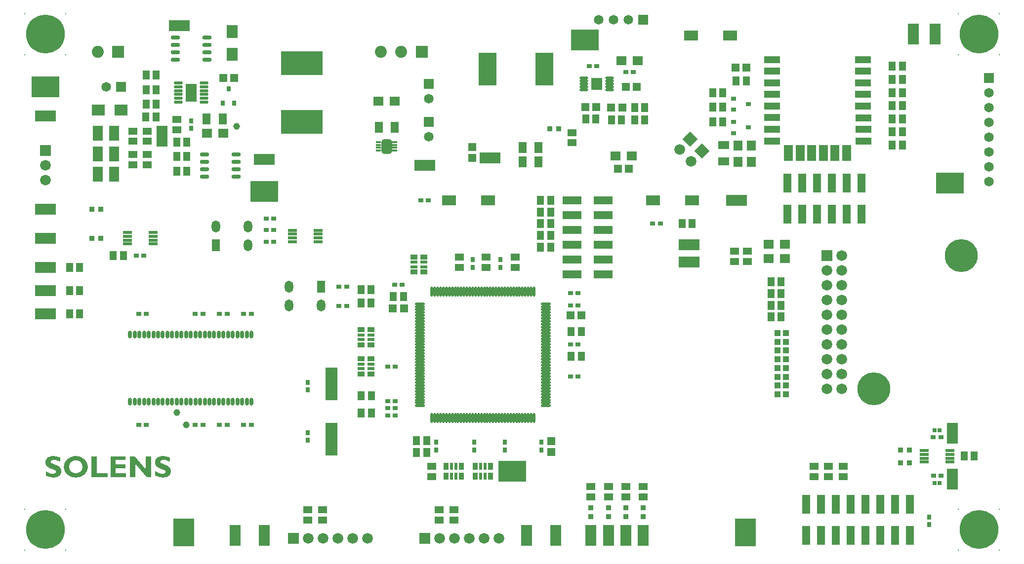
<source format=gts>
G04 Layer_Color=8388736*
%FSLAX25Y25*%
%MOIN*%
G70*
G01*
G75*
%ADD95R,0.06112X0.04931*%
%ADD96R,0.03750X0.03750*%
%ADD97O,0.02765X0.05324*%
%ADD98R,0.05718X0.08080*%
%ADD99O,0.05718X0.08080*%
%ADD100R,0.08474X0.22253*%
%ADD101R,0.07214X0.08002*%
%ADD102O,0.05915X0.01742*%
%ADD103R,0.06112X0.02293*%
%ADD104R,0.03356X0.01584*%
G04:AMPARAMS|DCode=105|XSize=99.7mil|YSize=70.96mil|CornerRadius=19.24mil|HoleSize=0mil|Usage=FLASHONLY|Rotation=270.000|XOffset=0mil|YOffset=0mil|HoleType=Round|Shape=RoundedRectangle|*
%AMROUNDEDRECTD105*
21,1,0.09970,0.03248,0,0,270.0*
21,1,0.06122,0.07096,0,0,270.0*
1,1,0.03848,-0.01624,-0.03061*
1,1,0.03848,-0.01624,0.03061*
1,1,0.03848,0.01624,0.03061*
1,1,0.03848,0.01624,-0.03061*
%
%ADD105ROUNDEDRECTD105*%
%ADD106O,0.06309X0.02962*%
%ADD107O,0.05915X0.02293*%
%ADD108R,0.07529X0.12214*%
%ADD109O,0.01761X0.07096*%
%ADD110O,0.07096X0.01761*%
%ADD111R,0.07687X0.13986*%
%ADD112C,0.04537*%
%ADD113R,0.13986X0.07687*%
%ADD114R,0.09655X0.06506*%
%ADD115R,0.04931X0.02372*%
%ADD116R,0.04931X0.03356*%
%ADD117R,0.02372X0.04931*%
%ADD118R,0.03356X0.04931*%
%ADD119R,0.04931X0.06112*%
%ADD120R,0.05521X0.07490*%
%ADD121R,0.02962X0.02765*%
%ADD122R,0.03750X0.02962*%
%ADD123R,0.12017X0.21860*%
%ADD124R,0.28159X0.16348*%
%ADD125R,0.05600X0.12600*%
%ADD126R,0.12600X0.05600*%
%ADD127R,0.03750X0.03750*%
%ADD128R,0.02962X0.03750*%
%ADD129R,0.09065X0.07687*%
%ADD130R,0.07687X0.09065*%
%ADD131R,0.06112X0.06506*%
%ADD132R,0.05324X0.05324*%
%ADD133R,0.03750X0.02962*%
%ADD134R,0.06506X0.06112*%
%ADD135R,0.05324X0.05324*%
%ADD136R,0.02962X0.03750*%
%ADD137R,0.06506X0.10049*%
%ADD138R,0.07490X0.05521*%
%ADD139R,0.19104X0.13986*%
%ADD140R,0.13986X0.19104*%
%ADD141R,0.10600X0.05100*%
%ADD142R,0.06100X0.10600*%
%ADD143R,0.04340X0.04340*%
%ADD144C,0.06506*%
%ADD145R,0.06506X0.06506*%
%ADD146R,0.07200X0.07200*%
%ADD147C,0.07200*%
%ADD148P,0.10182X4X360.0*%
%ADD149R,0.06506X0.06506*%
%ADD150C,0.26191*%
%ADD151R,0.08080X0.08080*%
%ADD152C,0.08080*%
%ADD153R,0.07200X0.07200*%
%ADD154C,0.22253*%
%ADD155C,0.00724*%
G36*
X99388Y69406D02*
X99588D01*
X99833Y69361D01*
X100121Y69339D01*
X100433Y69295D01*
X100766Y69228D01*
X101144Y69161D01*
X101543Y69072D01*
X101944Y68961D01*
X102388Y68850D01*
X102832Y68695D01*
X103299Y68539D01*
X103765Y68339D01*
Y65606D01*
X103743Y65628D01*
X103632Y65650D01*
X103499Y65717D01*
X103299Y65806D01*
X103054Y65895D01*
X102788Y66006D01*
X102477Y66117D01*
X102144Y66228D01*
X101432Y66450D01*
X100699Y66650D01*
X99966Y66806D01*
X99610Y66828D01*
X99299Y66850D01*
X99144D01*
X98966Y66828D01*
X98744Y66806D01*
X98522Y66761D01*
X98255Y66717D01*
X98010Y66628D01*
X97788Y66517D01*
X97766Y66495D01*
X97699Y66450D01*
X97611Y66384D01*
X97522Y66295D01*
X97411Y66184D01*
X97322Y66028D01*
X97255Y65873D01*
X97233Y65673D01*
Y65650D01*
Y65606D01*
X97255Y65517D01*
X97277Y65406D01*
X97322Y65295D01*
X97411Y65162D01*
X97500Y65006D01*
X97633Y64873D01*
X97655Y64850D01*
X97722Y64806D01*
X97833Y64739D01*
X98033Y64628D01*
X98277Y64495D01*
X98455Y64406D01*
X98633Y64339D01*
X98833Y64250D01*
X99055Y64139D01*
X99322Y64051D01*
X99588Y63939D01*
X99610D01*
X99655Y63917D01*
X99744Y63873D01*
X99855Y63851D01*
X99988Y63784D01*
X100144Y63740D01*
X100499Y63584D01*
X100899Y63428D01*
X101321Y63251D01*
X101721Y63051D01*
X102099Y62873D01*
X102144Y62851D01*
X102255Y62784D01*
X102432Y62673D01*
X102655Y62517D01*
X102899Y62317D01*
X103188Y62073D01*
X103454Y61806D01*
X103721Y61473D01*
X103743Y61429D01*
X103832Y61317D01*
X103943Y61118D01*
X104077Y60851D01*
X104188Y60540D01*
X104299Y60140D01*
X104388Y59695D01*
X104410Y59207D01*
Y59184D01*
Y59118D01*
Y59007D01*
X104388Y58873D01*
X104366Y58718D01*
X104321Y58518D01*
X104232Y58073D01*
X104032Y57562D01*
X103921Y57318D01*
X103765Y57051D01*
X103610Y56785D01*
X103388Y56540D01*
X103166Y56296D01*
X102899Y56074D01*
X102877Y56051D01*
X102832Y56029D01*
X102743Y55963D01*
X102632Y55896D01*
X102477Y55807D01*
X102299Y55718D01*
X102099Y55607D01*
X101855Y55496D01*
X101588Y55385D01*
X101299Y55274D01*
X100966Y55185D01*
X100633Y55096D01*
X100255Y55029D01*
X99855Y54963D01*
X99433Y54940D01*
X98988Y54918D01*
X98722D01*
X98544Y54940D01*
X98299Y54963D01*
X98033Y54985D01*
X97699Y55029D01*
X97366Y55096D01*
X96988Y55163D01*
X96588Y55251D01*
X96166Y55362D01*
X95722Y55496D01*
X95278Y55651D01*
X94811Y55829D01*
X94367Y56029D01*
X93900Y56274D01*
Y59295D01*
X93922D01*
X93967Y59251D01*
X94033Y59207D01*
X94144Y59140D01*
X94255Y59051D01*
X94411Y58962D01*
X94744Y58762D01*
X95122Y58540D01*
X95544Y58318D01*
X95966Y58096D01*
X96389Y57918D01*
X96411D01*
X96433Y57896D01*
X96500Y57873D01*
X96588Y57851D01*
X96788Y57784D01*
X97077Y57718D01*
X97433Y57629D01*
X97833Y57562D01*
X98255Y57518D01*
X98699Y57496D01*
X98899D01*
X99033Y57518D01*
X99188Y57540D01*
X99366Y57562D01*
X99744Y57651D01*
X100121Y57807D01*
X100299Y57918D01*
X100455Y58051D01*
X100588Y58207D01*
X100699Y58385D01*
X100766Y58584D01*
X100788Y58807D01*
Y58829D01*
Y58873D01*
X100766Y58962D01*
X100744Y59073D01*
X100677Y59207D01*
X100610Y59340D01*
X100499Y59496D01*
X100366Y59629D01*
X100344Y59651D01*
X100277Y59695D01*
X100144Y59784D01*
X99966Y59895D01*
X99699Y60051D01*
X99521Y60118D01*
X99344Y60207D01*
X99144Y60295D01*
X98899Y60407D01*
X98655Y60495D01*
X98366Y60606D01*
X98344D01*
X98299Y60629D01*
X98211Y60673D01*
X98099Y60695D01*
X97966Y60762D01*
X97811Y60806D01*
X97455Y60962D01*
X97055Y61118D01*
X96633Y61295D01*
X96233Y61495D01*
X95855Y61673D01*
X95811Y61695D01*
X95700Y61762D01*
X95522Y61873D01*
X95322Y62028D01*
X95078Y62229D01*
X94811Y62451D01*
X94544Y62740D01*
X94278Y63051D01*
X94255Y63095D01*
X94166Y63206D01*
X94078Y63406D01*
X93944Y63673D01*
X93833Y64006D01*
X93722Y64406D01*
X93633Y64850D01*
X93611Y65361D01*
Y65384D01*
Y65450D01*
Y65539D01*
X93633Y65673D01*
X93655Y65828D01*
X93678Y66006D01*
X93789Y66406D01*
X93967Y66873D01*
X94078Y67117D01*
X94211Y67361D01*
X94389Y67606D01*
X94589Y67850D01*
X94811Y68072D01*
X95055Y68295D01*
X95078Y68317D01*
X95122Y68339D01*
X95211Y68406D01*
X95322Y68472D01*
X95477Y68561D01*
X95655Y68650D01*
X95855Y68761D01*
X96100Y68872D01*
X96366Y68961D01*
X96655Y69072D01*
X96988Y69161D01*
X97344Y69250D01*
X97699Y69317D01*
X98122Y69383D01*
X98544Y69406D01*
X98988Y69428D01*
X99210D01*
X99388Y69406D01*
D02*
G37*
G36*
X25462D02*
X25662D01*
X25907Y69361D01*
X26195Y69339D01*
X26507Y69295D01*
X26840Y69228D01*
X27218Y69161D01*
X27618Y69072D01*
X28018Y68961D01*
X28462Y68850D01*
X28906Y68695D01*
X29373Y68539D01*
X29840Y68339D01*
Y65606D01*
X29817Y65628D01*
X29706Y65650D01*
X29573Y65717D01*
X29373Y65806D01*
X29129Y65895D01*
X28862Y66006D01*
X28551Y66117D01*
X28218Y66228D01*
X27507Y66450D01*
X26773Y66650D01*
X26040Y66806D01*
X25684Y66828D01*
X25373Y66850D01*
X25218D01*
X25040Y66828D01*
X24818Y66806D01*
X24596Y66761D01*
X24329Y66717D01*
X24085Y66628D01*
X23862Y66517D01*
X23840Y66495D01*
X23774Y66450D01*
X23685Y66384D01*
X23596Y66295D01*
X23485Y66184D01*
X23396Y66028D01*
X23329Y65873D01*
X23307Y65673D01*
Y65650D01*
Y65606D01*
X23329Y65517D01*
X23351Y65406D01*
X23396Y65295D01*
X23485Y65162D01*
X23573Y65006D01*
X23707Y64873D01*
X23729Y64850D01*
X23796Y64806D01*
X23907Y64739D01*
X24107Y64628D01*
X24351Y64495D01*
X24529Y64406D01*
X24707Y64339D01*
X24907Y64250D01*
X25129Y64139D01*
X25396Y64051D01*
X25662Y63939D01*
X25684D01*
X25729Y63917D01*
X25818Y63873D01*
X25929Y63851D01*
X26062Y63784D01*
X26218Y63740D01*
X26573Y63584D01*
X26973Y63428D01*
X27395Y63251D01*
X27795Y63051D01*
X28173Y62873D01*
X28218Y62851D01*
X28329Y62784D01*
X28506Y62673D01*
X28729Y62517D01*
X28973Y62317D01*
X29262Y62073D01*
X29528Y61806D01*
X29795Y61473D01*
X29817Y61429D01*
X29906Y61317D01*
X30017Y61118D01*
X30151Y60851D01*
X30262Y60540D01*
X30373Y60140D01*
X30462Y59695D01*
X30484Y59207D01*
Y59184D01*
Y59118D01*
Y59007D01*
X30462Y58873D01*
X30439Y58718D01*
X30395Y58518D01*
X30306Y58073D01*
X30106Y57562D01*
X29995Y57318D01*
X29840Y57051D01*
X29684Y56785D01*
X29462Y56540D01*
X29240Y56296D01*
X28973Y56074D01*
X28951Y56051D01*
X28906Y56029D01*
X28817Y55963D01*
X28706Y55896D01*
X28551Y55807D01*
X28373Y55718D01*
X28173Y55607D01*
X27929Y55496D01*
X27662Y55385D01*
X27373Y55274D01*
X27040Y55185D01*
X26707Y55096D01*
X26329Y55029D01*
X25929Y54963D01*
X25507Y54940D01*
X25062Y54918D01*
X24796D01*
X24618Y54940D01*
X24374Y54963D01*
X24107Y54985D01*
X23774Y55029D01*
X23440Y55096D01*
X23063Y55163D01*
X22662Y55251D01*
X22240Y55362D01*
X21796Y55496D01*
X21351Y55651D01*
X20885Y55829D01*
X20440Y56029D01*
X19974Y56274D01*
Y59295D01*
X19996D01*
X20041Y59251D01*
X20107Y59207D01*
X20218Y59140D01*
X20329Y59051D01*
X20485Y58962D01*
X20818Y58762D01*
X21196Y58540D01*
X21618Y58318D01*
X22040Y58096D01*
X22463Y57918D01*
X22485D01*
X22507Y57896D01*
X22574Y57873D01*
X22662Y57851D01*
X22862Y57784D01*
X23151Y57718D01*
X23507Y57629D01*
X23907Y57562D01*
X24329Y57518D01*
X24773Y57496D01*
X24973D01*
X25107Y57518D01*
X25262Y57540D01*
X25440Y57562D01*
X25818Y57651D01*
X26195Y57807D01*
X26373Y57918D01*
X26529Y58051D01*
X26662Y58207D01*
X26773Y58385D01*
X26840Y58584D01*
X26862Y58807D01*
Y58829D01*
Y58873D01*
X26840Y58962D01*
X26818Y59073D01*
X26751Y59207D01*
X26684Y59340D01*
X26573Y59496D01*
X26440Y59629D01*
X26418Y59651D01*
X26351Y59695D01*
X26218Y59784D01*
X26040Y59895D01*
X25773Y60051D01*
X25596Y60118D01*
X25418Y60207D01*
X25218Y60295D01*
X24973Y60407D01*
X24729Y60495D01*
X24440Y60606D01*
X24418D01*
X24374Y60629D01*
X24285Y60673D01*
X24173Y60695D01*
X24040Y60762D01*
X23885Y60806D01*
X23529Y60962D01*
X23129Y61118D01*
X22707Y61295D01*
X22307Y61495D01*
X21929Y61673D01*
X21885Y61695D01*
X21774Y61762D01*
X21596Y61873D01*
X21396Y62028D01*
X21152Y62229D01*
X20885Y62451D01*
X20618Y62740D01*
X20352Y63051D01*
X20329Y63095D01*
X20241Y63206D01*
X20152Y63406D01*
X20018Y63673D01*
X19907Y64006D01*
X19796Y64406D01*
X19707Y64850D01*
X19685Y65361D01*
Y65384D01*
Y65450D01*
Y65539D01*
X19707Y65673D01*
X19729Y65828D01*
X19752Y66006D01*
X19863Y66406D01*
X20041Y66873D01*
X20152Y67117D01*
X20285Y67361D01*
X20463Y67606D01*
X20663Y67850D01*
X20885Y68072D01*
X21129Y68295D01*
X21152Y68317D01*
X21196Y68339D01*
X21285Y68406D01*
X21396Y68472D01*
X21552Y68561D01*
X21729Y68650D01*
X21929Y68761D01*
X22174Y68872D01*
X22440Y68961D01*
X22729Y69072D01*
X23063Y69161D01*
X23418Y69250D01*
X23774Y69317D01*
X24196Y69383D01*
X24618Y69406D01*
X25062Y69428D01*
X25284D01*
X25462Y69406D01*
D02*
G37*
G36*
X91034Y55118D02*
X88078D01*
X80279Y64139D01*
Y55118D01*
X76768D01*
Y69228D01*
X79968D01*
X87523Y60584D01*
Y69228D01*
X91034D01*
Y55118D01*
D02*
G37*
G36*
X73902Y66650D02*
X67147D01*
Y63673D01*
X73591D01*
Y61095D01*
X67147D01*
Y57696D01*
X74035D01*
Y55118D01*
X63636D01*
Y69228D01*
X73902D01*
Y66650D01*
D02*
G37*
G36*
X54415Y57696D02*
X61659D01*
Y55118D01*
X50904D01*
Y69228D01*
X54415D01*
Y57696D01*
D02*
G37*
G36*
X40594Y69406D02*
X40839Y69383D01*
X41150Y69361D01*
X41505Y69317D01*
X41905Y69250D01*
X42327Y69161D01*
X42794Y69028D01*
X43260Y68894D01*
X43749Y68717D01*
X44238Y68495D01*
X44727Y68250D01*
X45194Y67961D01*
X45660Y67606D01*
X46082Y67228D01*
X46105Y67206D01*
X46171Y67139D01*
X46282Y67006D01*
X46438Y66850D01*
X46593Y66628D01*
X46793Y66384D01*
X46993Y66095D01*
X47216Y65784D01*
X47416Y65428D01*
X47616Y65028D01*
X47816Y64628D01*
X47971Y64184D01*
X48127Y63695D01*
X48238Y63206D01*
X48304Y62695D01*
X48327Y62162D01*
Y62140D01*
Y62028D01*
X48304Y61873D01*
X48282Y61673D01*
X48260Y61406D01*
X48215Y61118D01*
X48127Y60784D01*
X48038Y60429D01*
X47927Y60029D01*
X47771Y59629D01*
X47593Y59207D01*
X47371Y58784D01*
X47104Y58340D01*
X46816Y57918D01*
X46460Y57496D01*
X46060Y57073D01*
X46038Y57051D01*
X45949Y56985D01*
X45838Y56874D01*
X45660Y56740D01*
X45416Y56585D01*
X45149Y56385D01*
X44838Y56207D01*
X44483Y56007D01*
X44083Y55785D01*
X43638Y55607D01*
X43172Y55429D01*
X42638Y55251D01*
X42105Y55118D01*
X41505Y55007D01*
X40883Y54940D01*
X40238Y54918D01*
X40083D01*
X39905Y54940D01*
X39639Y54963D01*
X39350Y54985D01*
X38994Y55029D01*
X38594Y55096D01*
X38172Y55185D01*
X37728Y55296D01*
X37239Y55429D01*
X36772Y55607D01*
X36283Y55829D01*
X35794Y56074D01*
X35306Y56340D01*
X34861Y56674D01*
X34417Y57051D01*
X34395Y57073D01*
X34328Y57140D01*
X34217Y57274D01*
X34061Y57429D01*
X33906Y57651D01*
X33706Y57896D01*
X33506Y58184D01*
X33306Y58496D01*
X33084Y58851D01*
X32884Y59251D01*
X32684Y59673D01*
X32528Y60118D01*
X32373Y60584D01*
X32262Y61095D01*
X32195Y61629D01*
X32173Y62162D01*
Y62206D01*
Y62295D01*
X32195Y62451D01*
X32217Y62651D01*
X32239Y62895D01*
X32284Y63206D01*
X32350Y63539D01*
X32462Y63895D01*
X32573Y64273D01*
X32706Y64695D01*
X32906Y65095D01*
X33106Y65539D01*
X33373Y65984D01*
X33661Y66406D01*
X33995Y66828D01*
X34395Y67250D01*
X34417Y67273D01*
X34506Y67339D01*
X34617Y67450D01*
X34795Y67584D01*
X35017Y67761D01*
X35306Y67939D01*
X35617Y68139D01*
X35972Y68339D01*
X36372Y68539D01*
X36817Y68739D01*
X37283Y68917D01*
X37817Y69095D01*
X38372Y69228D01*
X38950Y69339D01*
X39572Y69406D01*
X40238Y69428D01*
X40394D01*
X40594Y69406D01*
D02*
G37*
%LPC*%
G36*
X40238Y66495D02*
X40039D01*
X39905Y66473D01*
X39728Y66450D01*
X39550Y66428D01*
X39327Y66406D01*
X39083Y66339D01*
X38572Y66206D01*
X38039Y65984D01*
X37772Y65850D01*
X37505Y65695D01*
X37261Y65517D01*
X37017Y65295D01*
X36994Y65273D01*
X36972Y65250D01*
X36906Y65184D01*
X36817Y65073D01*
X36728Y64962D01*
X36639Y64828D01*
X36528Y64650D01*
X36417Y64473D01*
X36283Y64250D01*
X36172Y64006D01*
X35994Y63473D01*
X35839Y62851D01*
X35817Y62517D01*
X35794Y62162D01*
Y62140D01*
Y62073D01*
Y61984D01*
X35817Y61851D01*
X35839Y61673D01*
X35861Y61495D01*
X35950Y61051D01*
X36083Y60540D01*
X36306Y60029D01*
X36461Y59762D01*
X36617Y59518D01*
X36794Y59273D01*
X37017Y59029D01*
X37039Y59007D01*
X37083Y58984D01*
X37150Y58918D01*
X37239Y58851D01*
X37372Y58762D01*
X37505Y58651D01*
X37683Y58540D01*
X37883Y58451D01*
X38105Y58340D01*
X38350Y58229D01*
X38883Y58029D01*
X39527Y57896D01*
X39883Y57873D01*
X40238Y57851D01*
X40439D01*
X40572Y57873D01*
X40750Y57896D01*
X40927Y57918D01*
X41150Y57940D01*
X41394Y58007D01*
X41905Y58140D01*
X42438Y58340D01*
X42705Y58473D01*
X42972Y58651D01*
X43216Y58829D01*
X43460Y59029D01*
X43483Y59051D01*
X43505Y59096D01*
X43571Y59162D01*
X43660Y59251D01*
X43749Y59362D01*
X43860Y59518D01*
X43971Y59673D01*
X44083Y59873D01*
X44194Y60095D01*
X44305Y60318D01*
X44505Y60851D01*
X44660Y61473D01*
X44682Y61806D01*
X44705Y62162D01*
Y62184D01*
Y62251D01*
Y62362D01*
X44682Y62495D01*
X44660Y62651D01*
X44638Y62851D01*
X44549Y63295D01*
X44394Y63784D01*
X44172Y64317D01*
X44038Y64562D01*
X43883Y64828D01*
X43683Y65073D01*
X43460Y65295D01*
X43438Y65317D01*
X43394Y65339D01*
X43327Y65406D01*
X43238Y65473D01*
X43127Y65584D01*
X42972Y65673D01*
X42794Y65784D01*
X42594Y65895D01*
X42372Y66006D01*
X42127Y66117D01*
X41594Y66317D01*
X40950Y66450D01*
X40594Y66473D01*
X40238Y66495D01*
D02*
G37*
%LPD*%
D95*
X375000Y287894D02*
D03*
Y281004D02*
D03*
X299213Y203740D02*
D03*
Y196850D02*
D03*
X387795Y41831D02*
D03*
Y48720D02*
D03*
X399606Y41831D02*
D03*
Y48720D02*
D03*
X411417Y41831D02*
D03*
Y48720D02*
D03*
X423228Y41831D02*
D03*
Y48720D02*
D03*
X88583Y266240D02*
D03*
Y273130D02*
D03*
X78740Y266240D02*
D03*
Y273130D02*
D03*
X108268Y296752D02*
D03*
Y289862D02*
D03*
X316929Y203740D02*
D03*
Y196850D02*
D03*
X336614D02*
D03*
Y203740D02*
D03*
X206693Y32972D02*
D03*
Y26083D02*
D03*
X196850Y32972D02*
D03*
Y26083D02*
D03*
X295276Y32972D02*
D03*
Y26083D02*
D03*
X285433Y32972D02*
D03*
Y26083D02*
D03*
X280512Y62500D02*
D03*
Y55610D02*
D03*
X484646Y200886D02*
D03*
Y207776D02*
D03*
X493504Y200886D02*
D03*
Y207776D02*
D03*
X88583Y281988D02*
D03*
Y288878D02*
D03*
X78740Y281988D02*
D03*
Y288878D02*
D03*
X557972Y55413D02*
D03*
Y62303D02*
D03*
X548130D02*
D03*
Y55413D02*
D03*
X538287D02*
D03*
Y62303D02*
D03*
D96*
X360236Y290354D02*
D03*
X366142D02*
D03*
X57087Y236221D02*
D03*
X51181D02*
D03*
X57087Y216535D02*
D03*
X51181D02*
D03*
X602756Y73425D02*
D03*
X596850D02*
D03*
X602756Y64764D02*
D03*
X596850D02*
D03*
D97*
X76870Y106299D02*
D03*
X80020D02*
D03*
X83169D02*
D03*
X86319D02*
D03*
X89468D02*
D03*
X92618D02*
D03*
X95768D02*
D03*
X98917D02*
D03*
X102067D02*
D03*
X105217D02*
D03*
X108366D02*
D03*
X111516D02*
D03*
X114665D02*
D03*
X117815D02*
D03*
X120965D02*
D03*
X124114D02*
D03*
X127264D02*
D03*
X130413D02*
D03*
X133563D02*
D03*
X136713D02*
D03*
X139862D02*
D03*
X143012D02*
D03*
X146161D02*
D03*
X149311D02*
D03*
X152461D02*
D03*
X155610D02*
D03*
X158760D02*
D03*
X76870Y151575D02*
D03*
X80020D02*
D03*
X83169D02*
D03*
X86319D02*
D03*
X89468D02*
D03*
X92618D02*
D03*
X95768D02*
D03*
X98917D02*
D03*
X102067D02*
D03*
X105217D02*
D03*
X108366D02*
D03*
X111516D02*
D03*
X114665D02*
D03*
X117815D02*
D03*
X120965D02*
D03*
X124114D02*
D03*
X127264D02*
D03*
X130413D02*
D03*
X133563D02*
D03*
X136713D02*
D03*
X139862D02*
D03*
X143012D02*
D03*
X146161D02*
D03*
X149311D02*
D03*
X152461D02*
D03*
X155610D02*
D03*
X158760D02*
D03*
D98*
X134744Y211814D02*
D03*
X205610Y183760D02*
D03*
D99*
X156398Y211814D02*
D03*
X134744Y224412D02*
D03*
X156398D02*
D03*
X183957Y183760D02*
D03*
X205610Y171161D02*
D03*
X183957D02*
D03*
D100*
X212598Y118110D02*
D03*
Y80709D02*
D03*
D101*
X391732Y320866D02*
D03*
D102*
X400492Y316929D02*
D03*
Y318898D02*
D03*
Y320866D02*
D03*
Y322835D02*
D03*
Y324803D02*
D03*
X382972Y316929D02*
D03*
Y318898D02*
D03*
Y320866D02*
D03*
Y322835D02*
D03*
Y324803D02*
D03*
D103*
X612795Y73032D02*
D03*
Y70473D02*
D03*
Y67913D02*
D03*
Y65354D02*
D03*
X630118Y73032D02*
D03*
Y70473D02*
D03*
Y67913D02*
D03*
Y65354D02*
D03*
X92323Y212697D02*
D03*
Y215256D02*
D03*
Y217815D02*
D03*
Y220374D02*
D03*
X75000Y212697D02*
D03*
Y215256D02*
D03*
Y217815D02*
D03*
Y220374D02*
D03*
X186319Y221951D02*
D03*
Y219392D02*
D03*
Y216833D02*
D03*
Y214274D02*
D03*
X203642Y221951D02*
D03*
Y219392D02*
D03*
Y216833D02*
D03*
Y214274D02*
D03*
D104*
X255512Y281594D02*
D03*
Y279626D02*
D03*
Y277658D02*
D03*
Y275689D02*
D03*
X244488D02*
D03*
Y277658D02*
D03*
Y279626D02*
D03*
Y281594D02*
D03*
D105*
X250000Y278543D02*
D03*
D106*
X127067Y273248D02*
D03*
Y268248D02*
D03*
Y263248D02*
D03*
Y258248D02*
D03*
X148524Y273248D02*
D03*
Y268248D02*
D03*
Y263248D02*
D03*
Y258248D02*
D03*
X107382Y351988D02*
D03*
Y346988D02*
D03*
Y341988D02*
D03*
Y336988D02*
D03*
X128839Y351988D02*
D03*
Y346988D02*
D03*
Y341988D02*
D03*
Y336988D02*
D03*
D107*
X109350Y321358D02*
D03*
Y318799D02*
D03*
Y316240D02*
D03*
Y313681D02*
D03*
Y311122D02*
D03*
Y308563D02*
D03*
X126870Y321358D02*
D03*
Y318799D02*
D03*
Y316240D02*
D03*
Y313681D02*
D03*
Y311122D02*
D03*
Y308563D02*
D03*
D108*
X118110Y314961D02*
D03*
D109*
X280512Y180413D02*
D03*
X282480D02*
D03*
X284449D02*
D03*
X286417D02*
D03*
X288386D02*
D03*
X290354D02*
D03*
X292323D02*
D03*
X294291D02*
D03*
X296260D02*
D03*
X298228D02*
D03*
X300197D02*
D03*
X302165D02*
D03*
X304134D02*
D03*
X306102D02*
D03*
X308071D02*
D03*
X310039D02*
D03*
X312008D02*
D03*
X313976D02*
D03*
X315945D02*
D03*
X317913D02*
D03*
X319882D02*
D03*
X321850D02*
D03*
X323819D02*
D03*
X325787D02*
D03*
X327756D02*
D03*
X329724D02*
D03*
X331693D02*
D03*
X333661D02*
D03*
X335630D02*
D03*
X337598D02*
D03*
X339567D02*
D03*
X341535D02*
D03*
X343504D02*
D03*
X345472D02*
D03*
X347441D02*
D03*
X349410D02*
D03*
Y95177D02*
D03*
X347441D02*
D03*
X345472D02*
D03*
X343504D02*
D03*
X341535D02*
D03*
X339567D02*
D03*
X337598D02*
D03*
X335630D02*
D03*
X333661D02*
D03*
X331693D02*
D03*
X329724D02*
D03*
X327756D02*
D03*
X325787D02*
D03*
X323819D02*
D03*
X321850D02*
D03*
X319882D02*
D03*
X317913D02*
D03*
X315945D02*
D03*
X313976D02*
D03*
X312008D02*
D03*
X310039D02*
D03*
X308071D02*
D03*
X306102D02*
D03*
X304134D02*
D03*
X302165D02*
D03*
X300197D02*
D03*
X298228D02*
D03*
X296260D02*
D03*
X294291D02*
D03*
X292323D02*
D03*
X290354D02*
D03*
X288386D02*
D03*
X286417D02*
D03*
X284449D02*
D03*
X282480D02*
D03*
X280512D02*
D03*
D110*
X357579Y172244D02*
D03*
Y170276D02*
D03*
Y168307D02*
D03*
Y166339D02*
D03*
Y164370D02*
D03*
Y162402D02*
D03*
Y160433D02*
D03*
Y158465D02*
D03*
Y156496D02*
D03*
Y154528D02*
D03*
Y152559D02*
D03*
Y150591D02*
D03*
Y148622D02*
D03*
Y146653D02*
D03*
Y144685D02*
D03*
Y142717D02*
D03*
Y140748D02*
D03*
Y138779D02*
D03*
Y136811D02*
D03*
Y134843D02*
D03*
Y132874D02*
D03*
Y130905D02*
D03*
Y128937D02*
D03*
Y126969D02*
D03*
Y125000D02*
D03*
Y123031D02*
D03*
Y121063D02*
D03*
Y119095D02*
D03*
Y117126D02*
D03*
Y115157D02*
D03*
Y113189D02*
D03*
Y111221D02*
D03*
Y109252D02*
D03*
Y107283D02*
D03*
Y105315D02*
D03*
Y103347D02*
D03*
X272342D02*
D03*
Y105315D02*
D03*
Y107283D02*
D03*
Y109252D02*
D03*
Y111221D02*
D03*
Y113189D02*
D03*
Y115157D02*
D03*
Y117126D02*
D03*
Y119095D02*
D03*
Y121063D02*
D03*
Y123031D02*
D03*
Y125000D02*
D03*
Y126969D02*
D03*
Y128937D02*
D03*
Y130905D02*
D03*
Y132874D02*
D03*
Y134843D02*
D03*
Y136811D02*
D03*
Y138779D02*
D03*
Y140748D02*
D03*
Y142717D02*
D03*
Y144685D02*
D03*
Y146653D02*
D03*
Y148622D02*
D03*
Y150591D02*
D03*
Y152559D02*
D03*
Y154528D02*
D03*
Y156496D02*
D03*
Y158465D02*
D03*
Y160433D02*
D03*
Y162402D02*
D03*
Y164370D02*
D03*
Y166339D02*
D03*
Y168307D02*
D03*
Y170276D02*
D03*
Y172244D02*
D03*
D111*
X620079Y354331D02*
D03*
X605315D02*
D03*
X631791Y84653D02*
D03*
Y53937D02*
D03*
X387795Y15748D02*
D03*
X399606D02*
D03*
X411417D02*
D03*
X423228D02*
D03*
X98425Y285433D02*
D03*
X167323Y15748D02*
D03*
X147638D02*
D03*
X364173D02*
D03*
X344488D02*
D03*
D112*
X114665Y90551D02*
D03*
X148819Y292126D02*
D03*
X108366Y98721D02*
D03*
D113*
X319685Y270866D02*
D03*
X19685Y165354D02*
D03*
Y181102D02*
D03*
Y196850D02*
D03*
Y236221D02*
D03*
Y216535D02*
D03*
X275590Y265748D02*
D03*
X110236Y360236D02*
D03*
X167323Y269685D02*
D03*
X19685Y299213D02*
D03*
X454134Y200394D02*
D03*
Y212205D02*
D03*
X486221Y242126D02*
D03*
D114*
X455315Y353346D02*
D03*
X481693D02*
D03*
X456102Y242126D02*
D03*
X429724D02*
D03*
X318307D02*
D03*
X291929D02*
D03*
D115*
X239567Y128347D02*
D03*
Y131496D02*
D03*
X232874Y128347D02*
D03*
Y131496D02*
D03*
X239567Y148031D02*
D03*
Y151181D02*
D03*
X232874Y148031D02*
D03*
Y151181D02*
D03*
X268307Y200394D02*
D03*
Y197244D02*
D03*
X275000Y200394D02*
D03*
Y197244D02*
D03*
D116*
X239567Y124823D02*
D03*
Y135020D02*
D03*
X232874Y124823D02*
D03*
Y135020D02*
D03*
X239567Y144508D02*
D03*
Y154705D02*
D03*
X232874Y144508D02*
D03*
Y154705D02*
D03*
X268307Y203917D02*
D03*
Y193720D02*
D03*
X275000Y203917D02*
D03*
Y193720D02*
D03*
D117*
X316535Y62402D02*
D03*
X313386D02*
D03*
X316535Y55709D02*
D03*
X313386D02*
D03*
X296850Y62402D02*
D03*
X293701D02*
D03*
X296850Y55709D02*
D03*
X293701D02*
D03*
D118*
X320059Y62402D02*
D03*
X309862D02*
D03*
X320059Y55709D02*
D03*
X309862D02*
D03*
X300374Y62402D02*
D03*
X290177D02*
D03*
X300374Y55709D02*
D03*
X290177D02*
D03*
D119*
X469980Y295276D02*
D03*
X476870D02*
D03*
X591043Y314961D02*
D03*
X597933D02*
D03*
X591043Y323819D02*
D03*
X597933D02*
D03*
X591043Y279528D02*
D03*
X597933D02*
D03*
X469980Y305118D02*
D03*
X476870D02*
D03*
X591043Y306102D02*
D03*
X597933D02*
D03*
X591043Y332677D02*
D03*
X597933D02*
D03*
X591043Y288386D02*
D03*
X597933D02*
D03*
X591043Y297244D02*
D03*
X597933D02*
D03*
X485728Y322835D02*
D03*
X492618D02*
D03*
X469980Y314961D02*
D03*
X476870D02*
D03*
X381398Y136811D02*
D03*
X374508D02*
D03*
X391240Y297244D02*
D03*
X384350D02*
D03*
X417323Y304724D02*
D03*
X424213D02*
D03*
Y296457D02*
D03*
X417323D02*
D03*
X401673D02*
D03*
X408563D02*
D03*
X35925Y165354D02*
D03*
X42815D02*
D03*
X35925Y181102D02*
D03*
X42815D02*
D03*
X35925Y196850D02*
D03*
X42815D02*
D03*
X115157Y281496D02*
D03*
X108268D02*
D03*
X94488Y307087D02*
D03*
X87598D02*
D03*
X108268Y271654D02*
D03*
X115157D02*
D03*
Y261811D02*
D03*
X108268D02*
D03*
X87598Y316929D02*
D03*
X94488D02*
D03*
X87598Y326772D02*
D03*
X94488D02*
D03*
X449311Y226378D02*
D03*
X456201D02*
D03*
X360728Y242126D02*
D03*
X353839D02*
D03*
X232776Y98425D02*
D03*
X239665D02*
D03*
X232776Y110236D02*
D03*
X239665D02*
D03*
X509350Y163386D02*
D03*
X516240D02*
D03*
X374508Y153543D02*
D03*
X381398D02*
D03*
X270177Y71850D02*
D03*
X277067D02*
D03*
Y79724D02*
D03*
X270177D02*
D03*
X646555Y69587D02*
D03*
X639665D02*
D03*
X65453Y204724D02*
D03*
X72342D02*
D03*
X87500Y298425D02*
D03*
X94390D02*
D03*
X353839Y210630D02*
D03*
X360728D02*
D03*
Y218504D02*
D03*
X353839D02*
D03*
X239567Y181791D02*
D03*
X232677D02*
D03*
Y172933D02*
D03*
X239567D02*
D03*
X254429Y177165D02*
D03*
X261319D02*
D03*
X360728Y226378D02*
D03*
X353839D02*
D03*
Y234252D02*
D03*
X360728D02*
D03*
X516240Y179134D02*
D03*
X509350D02*
D03*
Y187008D02*
D03*
X516240D02*
D03*
Y171260D02*
D03*
X509350D02*
D03*
D120*
X352559Y277953D02*
D03*
X341732D02*
D03*
X352559Y268110D02*
D03*
X341732D02*
D03*
X244587Y291339D02*
D03*
X255413D02*
D03*
X128445Y297244D02*
D03*
X139272D02*
D03*
D121*
X619783Y86910D02*
D03*
X623130D02*
D03*
X623228Y51279D02*
D03*
X619882D02*
D03*
D122*
X494095Y291339D02*
D03*
X484252Y287598D02*
D03*
Y295079D02*
D03*
X494095Y307087D02*
D03*
X484252Y303346D02*
D03*
Y310827D02*
D03*
D123*
X356299Y330709D02*
D03*
X318110D02*
D03*
D124*
X192913Y334646D02*
D03*
Y295276D02*
D03*
D125*
X570354Y253937D02*
D03*
Y232937D02*
D03*
X560354Y253937D02*
D03*
Y232937D02*
D03*
X550354Y253937D02*
D03*
Y232937D02*
D03*
X540354Y253937D02*
D03*
Y232937D02*
D03*
X530354Y253937D02*
D03*
Y232937D02*
D03*
X520354Y253937D02*
D03*
Y232937D02*
D03*
X532992Y15748D02*
D03*
Y36748D02*
D03*
X542992Y15748D02*
D03*
Y36748D02*
D03*
X552992Y15748D02*
D03*
Y36748D02*
D03*
X562992Y15748D02*
D03*
Y36748D02*
D03*
X572992Y15748D02*
D03*
Y36748D02*
D03*
X582992Y15748D02*
D03*
Y36748D02*
D03*
X592992Y15748D02*
D03*
X602992D02*
D03*
X592992Y36748D02*
D03*
X602992D02*
D03*
D126*
X375197Y242244D02*
D03*
X396197D02*
D03*
X375197Y232244D02*
D03*
X396197D02*
D03*
X375197Y222244D02*
D03*
X396197D02*
D03*
X375197Y212244D02*
D03*
X396197D02*
D03*
X375197Y202244D02*
D03*
X396197D02*
D03*
X375197Y192244D02*
D03*
X396197D02*
D03*
D127*
X387795Y28543D02*
D03*
Y34449D02*
D03*
X399606Y28543D02*
D03*
Y34449D02*
D03*
X411417Y28543D02*
D03*
Y34449D02*
D03*
X423228Y28543D02*
D03*
Y34449D02*
D03*
D128*
X143307Y317618D02*
D03*
X147047Y307776D02*
D03*
X139567D02*
D03*
D129*
X70866Y303150D02*
D03*
X55512D02*
D03*
D130*
X145669Y340748D02*
D03*
Y356102D02*
D03*
D131*
X496063Y268110D02*
D03*
Y279134D02*
D03*
X487205Y268110D02*
D03*
Y279134D02*
D03*
D132*
X492913Y331693D02*
D03*
X485433D02*
D03*
X411417Y318898D02*
D03*
X418898D02*
D03*
X384055Y305118D02*
D03*
X391535D02*
D03*
X413583Y263386D02*
D03*
X406102D02*
D03*
X409055Y304724D02*
D03*
X401575D02*
D03*
X139764Y324803D02*
D03*
X147244D02*
D03*
X374016Y164370D02*
D03*
X381496D02*
D03*
X254134Y169291D02*
D03*
X261614D02*
D03*
D133*
X158661Y90551D02*
D03*
X153543D02*
D03*
X142323D02*
D03*
X137205D02*
D03*
X125984D02*
D03*
X120866D02*
D03*
X87795D02*
D03*
X82677D02*
D03*
X153543Y165354D02*
D03*
X158661D02*
D03*
X137205D02*
D03*
X142323D02*
D03*
X120866D02*
D03*
X125984D02*
D03*
X82677D02*
D03*
X87795D02*
D03*
X411417Y328740D02*
D03*
X416535D02*
D03*
X391732Y332677D02*
D03*
X386614D02*
D03*
X624016Y81988D02*
D03*
X618898D02*
D03*
X618996Y56299D02*
D03*
X624114D02*
D03*
X81102Y204724D02*
D03*
X86221D02*
D03*
X173917Y229924D02*
D03*
X168799D02*
D03*
X173917Y214176D02*
D03*
X168799D02*
D03*
X173917Y222050D02*
D03*
X168799D02*
D03*
X434646Y226378D02*
D03*
X429528D02*
D03*
X379134Y179528D02*
D03*
X374016D02*
D03*
X379134Y171260D02*
D03*
X374016D02*
D03*
X379134Y144685D02*
D03*
X374016D02*
D03*
X379134Y123031D02*
D03*
X374016D02*
D03*
X255906Y106501D02*
D03*
X250787D02*
D03*
X255906Y129921D02*
D03*
X250787D02*
D03*
X260433Y185039D02*
D03*
X255315D02*
D03*
X278150Y242126D02*
D03*
X273031D02*
D03*
X255906Y96850D02*
D03*
X250787D02*
D03*
X255906Y101676D02*
D03*
X250787D02*
D03*
X222933Y183760D02*
D03*
X217815D02*
D03*
X222933Y170965D02*
D03*
X217815D02*
D03*
D134*
X415354Y272047D02*
D03*
X404331D02*
D03*
X419291Y336614D02*
D03*
X408268D02*
D03*
X139764Y287402D02*
D03*
X128740D02*
D03*
X255512Y309055D02*
D03*
X244488D02*
D03*
X518898Y212598D02*
D03*
X507874D02*
D03*
X518898Y202756D02*
D03*
X507874D02*
D03*
D135*
X307874Y270669D02*
D03*
Y278150D02*
D03*
X361221Y79527D02*
D03*
Y72047D02*
D03*
D136*
X118110Y295866D02*
D03*
Y290748D02*
D03*
X616142Y23031D02*
D03*
Y28150D02*
D03*
X308071Y201969D02*
D03*
Y196850D02*
D03*
X326772Y201969D02*
D03*
Y196850D02*
D03*
X354331Y73622D02*
D03*
Y78740D02*
D03*
X329724Y73622D02*
D03*
Y78740D02*
D03*
X309055Y73622D02*
D03*
Y78740D02*
D03*
X283465Y73622D02*
D03*
Y78740D02*
D03*
X196850Y80118D02*
D03*
Y85236D02*
D03*
Y119291D02*
D03*
Y114173D02*
D03*
D137*
X66142Y259842D02*
D03*
X55118D02*
D03*
X66142Y273622D02*
D03*
X55118D02*
D03*
X66142Y287402D02*
D03*
X55118D02*
D03*
D138*
X477559Y268602D02*
D03*
Y279429D02*
D03*
D139*
X629921Y253937D02*
D03*
X383858Y350394D02*
D03*
X167323Y248031D02*
D03*
X19685Y318898D02*
D03*
X334646Y59055D02*
D03*
D140*
X492126Y17717D02*
D03*
X113189D02*
D03*
D141*
X571555Y337281D02*
D03*
Y329481D02*
D03*
Y321481D02*
D03*
Y313681D02*
D03*
Y305781D02*
D03*
X571655Y297881D02*
D03*
Y290081D02*
D03*
Y282181D02*
D03*
X510154Y282281D02*
D03*
Y290181D02*
D03*
Y297981D02*
D03*
Y305781D02*
D03*
Y313781D02*
D03*
Y321581D02*
D03*
Y329481D02*
D03*
Y337281D02*
D03*
D142*
X552555Y274081D02*
D03*
X560555D02*
D03*
X544755D02*
D03*
X536755D02*
D03*
X528955D02*
D03*
X521154D02*
D03*
D143*
X513779Y152461D02*
D03*
X519488D02*
D03*
Y146555D02*
D03*
X513779D02*
D03*
Y140650D02*
D03*
X519488D02*
D03*
Y134744D02*
D03*
X513779D02*
D03*
Y128839D02*
D03*
X519488D02*
D03*
Y122933D02*
D03*
X513779D02*
D03*
Y117028D02*
D03*
X519488D02*
D03*
Y111122D02*
D03*
X513779D02*
D03*
D144*
X393228Y364173D02*
D03*
X403228D02*
D03*
X413228D02*
D03*
X278543Y285276D02*
D03*
Y310866D02*
D03*
X60866Y318898D02*
D03*
X656496Y254803D02*
D03*
Y264803D02*
D03*
Y274803D02*
D03*
Y284803D02*
D03*
Y294803D02*
D03*
Y304803D02*
D03*
Y314803D02*
D03*
D145*
X423228Y364173D02*
D03*
X70866Y318898D02*
D03*
D146*
X19685Y275748D02*
D03*
X547244Y204724D02*
D03*
D147*
X19685Y265748D02*
D03*
Y255748D02*
D03*
X447653Y276394D02*
D03*
X455527Y268519D02*
D03*
X237008Y13780D02*
D03*
X227008D02*
D03*
X217008D02*
D03*
X207008D02*
D03*
X197008D02*
D03*
X325590D02*
D03*
X315591D02*
D03*
X305591D02*
D03*
X295590D02*
D03*
X285591D02*
D03*
X557244Y114724D02*
D03*
Y124724D02*
D03*
X547244Y114724D02*
D03*
Y124724D02*
D03*
X557244Y134724D02*
D03*
Y144724D02*
D03*
X547244Y134724D02*
D03*
Y144724D02*
D03*
Y194724D02*
D03*
Y184724D02*
D03*
Y174724D02*
D03*
Y164724D02*
D03*
Y154724D02*
D03*
X557244Y204724D02*
D03*
Y194724D02*
D03*
Y184724D02*
D03*
Y174724D02*
D03*
Y164724D02*
D03*
Y154724D02*
D03*
D148*
X454724Y283465D02*
D03*
X462598Y275590D02*
D03*
D149*
X278543Y295276D02*
D03*
Y320866D02*
D03*
X656496Y324803D02*
D03*
D150*
X649606Y19685D02*
D03*
Y354331D02*
D03*
X19685D02*
D03*
Y19685D02*
D03*
D151*
X273622Y342520D02*
D03*
X68898D02*
D03*
D152*
X259842D02*
D03*
X246063D02*
D03*
X55118D02*
D03*
D153*
X187008Y13780D02*
D03*
X275590D02*
D03*
D154*
X637795Y204724D02*
D03*
X578740Y114724D02*
D03*
D155*
X635827Y33465D02*
D03*
X663386D02*
D03*
Y5906D02*
D03*
X635827D02*
D03*
Y340551D02*
D03*
X663386D02*
D03*
Y368110D02*
D03*
X635827D02*
D03*
X5906D02*
D03*
X33465D02*
D03*
Y340551D02*
D03*
X5906D02*
D03*
Y5906D02*
D03*
X33465D02*
D03*
Y33465D02*
D03*
X5906D02*
D03*
M02*

</source>
